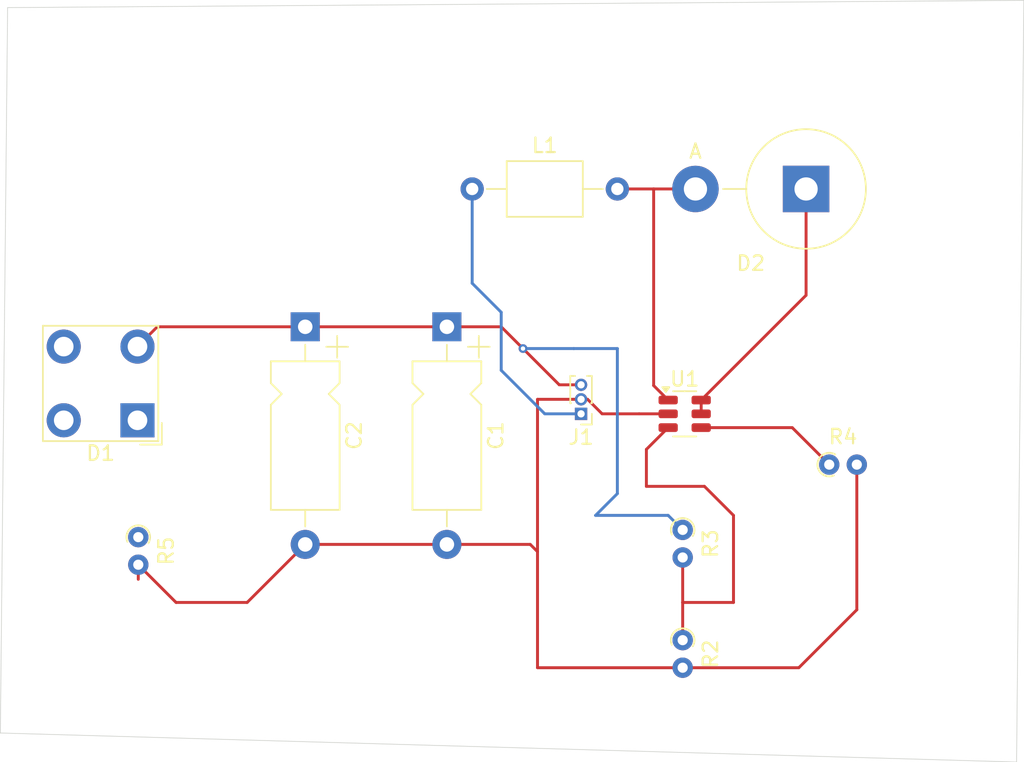
<source format=kicad_pcb>
(kicad_pcb (version 20241229) (generator "pcbnew") (generator_version "9.0")
  (layers (0 "F.Cu" signal) (2 "B.Cu" signal) (13 "F.Paste" user) (15 "B.Paste" user) (5 "F.SilkS" user "F.Silkscreen") (7 "B.SilkS" user "B.Silkscreen") (1 "F.Mask" user) (3 "B.Mask" user) (25 "Edge.Cuts" user))
  (net 0 "")
  (net 1 "GND")
  (net 2 "+5V")
  (net 3 "Net-(D1-K)")
  (net 4 "Net-(D2-A)")
  (net 5 "VCC")
  (net 6 "Net-(U1-FB)")
  (net 7 "Net-(U1-OC)")
  (footprint "Connector_PinHeader_1.00mm:PinHeader_1x03_P1.00mm_Vertical" (layer "F.Cu") (at 131.5 96.5 180)
    (property "Reference" "J1" (at 0 -1.61 0) (layer "F.SilkS"))
    (property "Value" "Conn_01x03_Pin")
    (fp_line (start 0.745 0.735) (end 0.745 2.61) (stroke (width 0.12)) (layer "F.SilkS"))
    (fp_line (start 0.685565 0.735) (end 0.745 0.735) (stroke (width 0.12)) (layer "F.SilkS"))
    (fp_line (start 0.41003 2.61) (end 0.745 2.61) (stroke (width 0.12)) (layer "F.SilkS"))
    (fp_line (start -0.745 2.61) (end -0.41003 2.61) (stroke (width 0.12)) (layer "F.SilkS"))
    (fp_line (start -0.745 0.735) (end -0.685565 0.735) (stroke (width 0.12)) (layer "F.SilkS"))
    (fp_line (start -0.745 0.735) (end -0.745 2.61) (stroke (width 0.12)) (layer "F.SilkS"))
    (fp_line (start -0.745 0) (end -0.745 -0.735) (stroke (width 0.12)) (layer "F.SilkS"))
    (fp_line (start -0.745 -0.735) (end 0 -0.735) (stroke (width 0.12)) (layer "F.SilkS"))
    (pad "1" thru_hole rect (at 0 0 180) (size 0.85 0.85) (drill 0.5) (layers "*.Cu" "*.Mask") (net 5 "VCC"))
    (pad "2" thru_hole circle (at 0 1 180) (size 0.85 0.85) (drill 0.5) (layers "*.Cu" "*.Mask") (net 1 "GND"))
    (pad "3" thru_hole circle (at 0 2 180) (size 0.85 0.85) (drill 0.5) (layers "*.Cu" "*.Mask") (net 2 "+5V"))
  )
  (footprint "Diode_THT:D_5KPW_P7.62mm_Vertical_AnodeUp" (layer "F.Cu") (at 147 81 180)
    (property "Reference" "D2" (at 3.81 -5.12 0) (layer "F.SilkS"))
    (property "Value" "D_Schottky")
    (fp_line (start 4.12 0) (end 5.72 0) (stroke (width 0.12)) (layer "F.SilkS"))
    (fp_circle (center 0 0) (end 4.12 0) (stroke (width 0.12)) (fill no) (layer "F.SilkS"))
    (fp_text user "A" (at 7.62 2.6 0) (layer "F.SilkS"))
    (pad "1" thru_hole rect (at 0 0 180) (size 3.2 3.2) (drill 1.6) (layers "*.Cu" "*.Mask") (net 2 "+5V"))
    (pad "2" thru_hole oval (at 7.62 0 180) (size 3.2 3.2) (drill 1.6) (layers "*.Cu" "*.Mask") (net 4 "Net-(D2-A)"))
  )
  (footprint "Resistor_THT:R_Axial_DIN0204_L3.6mm_D1.6mm_P1.90mm_Vertical" (layer "F.Cu") (at 148.595 100)
    (property "Reference" "R4" (at 0.95 -1.92 0) (layer "F.SilkS"))
    (property "Value" "20k")
    (fp_arc (start 0.320095 0.749359) (mid -0.813042 -0.054435) (end 0.417133 -0.7) (stroke (width 0.12)) (layer "F.SilkS"))
    (pad "1" thru_hole circle (at 0 0) (size 1.4 1.4) (drill 0.7) (layers "*.Cu" "*.Mask") (net 7 "Net-(U1-OC)"))
    (pad "2" thru_hole oval (at 1.9 0) (size 1.4 1.4) (drill 0.7) (layers "*.Cu" "*.Mask") (net 1 "GND"))
  )
  (footprint "Resistor_THT:R_Axial_DIN0204_L3.6mm_D1.6mm_P1.90mm_Vertical" (layer "F.Cu") (at 138.5 112.1 -90)
    (property "Reference" "R2" (at 0.95 -1.92 90) (layer "F.SilkS"))
    (property "Value" "150 ohm")
    (fp_arc (start 0.320095 0.749359) (mid -0.813042 -0.054435) (end 0.417133 -0.7) (stroke (width 0.12)) (layer "F.SilkS"))
    (pad "1" thru_hole circle (at 0 0 270) (size 1.4 1.4) (drill 0.7) (layers "*.Cu" "*.Mask") (net 6 "Net-(U1-FB)"))
    (pad "2" thru_hole oval (at 1.9 0 270) (size 1.4 1.4) (drill 0.7) (layers "*.Cu" "*.Mask") (net 1 "GND"))
  )
  (footprint "Package_TO_SOT_SMD:SOT-23-6" (layer "F.Cu") (at 138.6375 96.5)
    (property "Reference" "U1" (at 0 -2.4 0) (layer "F.SilkS"))
    (property "Value" "~")
    (fp_line (start 0 -1.56) (end -0.8 -1.56) (stroke (width 0.12)) (layer "F.SilkS"))
    (fp_line (start 0 -1.56) (end 0.8 -1.56) (stroke (width 0.12)) (layer "F.SilkS"))
    (fp_line (start 0 1.56) (end -0.8 1.56) (stroke (width 0.12)) (layer "F.SilkS"))
    (fp_line (start 0 1.56) (end 0.8 1.56) (stroke (width 0.12)) (layer "F.SilkS"))
    (fp_poly (pts (xy -1.3 -1.51) (xy -1.54 -1.84) (xy -1.06 -1.84)) (stroke (width 0.12)) (fill yes) (layer "F.SilkS"))
    (pad "1" smd roundrect (at -1.1375 -0.95) (size 1.325 0.6) (layers "F.Cu" "F.Mask" "F.Paste") (net 4 "Net-(D2-A)"))
    (pad "2" smd roundrect (at -1.1375 0) (size 1.325 0.6) (layers "F.Cu" "F.Mask" "F.Paste") (net 1 "GND"))
    (pad "3" smd roundrect (at -1.1375 0.95) (size 1.325 0.6) (layers "F.Cu" "F.Mask" "F.Paste") (net 6 "Net-(U1-FB)"))
    (pad "4" smd roundrect (at 1.1375 0.95) (size 1.325 0.6) (layers "F.Cu" "F.Mask" "F.Paste") (net 7 "Net-(U1-OC)"))
    (pad "5" smd roundrect (at 1.1375 0) (size 1.325 0.6) (layers "F.Cu" "F.Mask" "F.Paste") (net 2 "+5V"))
    (pad "6" smd roundrect (at 1.1375 -0.95) (size 1.325 0.6) (layers "F.Cu" "F.Mask" "F.Paste") (net 2 "+5V"))
  )
  (footprint "Capacitor_THT:CP_Axial_L10.0mm_D4.5mm_P15.00mm_Horizontal" (layer "F.Cu") (at 112.5 90.5 -90)
    (property "Reference" "C2" (at 7.5 -3.37 90) (layer "F.SilkS"))
    (property "Value" "22 uF")
    (fp_line (start 2.38 2.37) (end 3.88 2.37) (stroke (width 0.12)) (layer "F.SilkS"))
    (fp_line (start 3.88 2.37) (end 4.63 1.62) (stroke (width 0.12)) (layer "F.SilkS"))
    (fp_line (start 5.38 2.37) (end 12.62 2.37) (stroke (width 0.12)) (layer "F.SilkS"))
    (fp_line (start 4.63 1.62) (end 5.38 2.37) (stroke (width 0.12)) (layer "F.SilkS"))
    (fp_line (start 1.24 0) (end 2.38 0) (stroke (width 0.12)) (layer "F.SilkS"))
    (fp_line (start 13.76 0) (end 12.62 0) (stroke (width 0.12)) (layer "F.SilkS"))
    (fp_line (start 4.63 -1.62) (end 5.38 -2.37) (stroke (width 0.12)) (layer "F.SilkS"))
    (fp_line (start 0.63 -2.2) (end 2.13 -2.2) (stroke (width 0.12)) (layer "F.SilkS"))
    (fp_line (start 2.38 -2.37) (end 2.38 2.37) (stroke (width 0.12)) (layer "F.SilkS"))
    (fp_line (start 2.38 -2.37) (end 3.88 -2.37) (stroke (width 0.12)) (layer "F.SilkS"))
    (fp_line (start 3.88 -2.37) (end 4.63 -1.62) (stroke (width 0.12)) (layer "F.SilkS"))
    (fp_line (start 5.38 -2.37) (end 12.62 -2.37) (stroke (width 0.12)) (layer "F.SilkS"))
    (fp_line (start 12.62 -2.37) (end 12.62 2.37) (stroke (width 0.12)) (layer "F.SilkS"))
    (fp_line (start 1.38 -2.95) (end 1.38 -1.45) (stroke (width 0.12)) (layer "F.SilkS"))
    (pad "1" thru_hole rect (at 0 0 270) (size 2 2) (drill 1) (layers "*.Cu" "*.Mask") (net 2 "+5V"))
    (pad "2" thru_hole circle (at 15 0 270) (size 2 2) (drill 1) (layers "*.Cu" "*.Mask") (net 1 "GND"))
  )
  (footprint "Resistor_THT:R_Axial_DIN0204_L3.6mm_D1.6mm_P1.90mm_Vertical" (layer "F.Cu") (at 138.5 104.5 -90)
    (property "Reference" "R3" (at 0.95 -1.92 90) (layer "F.SilkS"))
    (property "Value" "150 ohm")
    (fp_arc (start 0.320095 0.749359) (mid -0.813042 -0.054435) (end 0.417133 -0.7) (stroke (width 0.12)) (layer "F.SilkS"))
    (pad "1" thru_hole circle (at 0 0 270) (size 1.4 1.4) (drill 0.7) (layers "*.Cu" "*.Mask") (net 2 "+5V"))
    (pad "2" thru_hole oval (at 1.9 0 270) (size 1.4 1.4) (drill 0.7) (layers "*.Cu" "*.Mask") (net 6 "Net-(U1-FB)"))
  )
  (footprint "Inductor_THT:L_Axial_L5.0mm_D3.6mm_P10.00mm_Horizontal_Murata_BL01RN1A2A2" (layer "F.Cu") (at 124 81)
    (property "Reference" "L1" (at 5 -3 0) (layer "F.SilkS"))
    (property "Value" "4.7uH")
    (fp_line (start 1 0) (end 2.38 0) (stroke (width 0.12)) (layer "F.SilkS"))
    (fp_line (start 2.38 -1.92) (end 2.38 1.92) (stroke (width 0.12)) (layer "F.SilkS"))
    (fp_line (start 2.38 1.92) (end 7.62 1.92) (stroke (width 0.12)) (layer "F.SilkS"))
    (fp_line (start 7.62 -1.92) (end 2.38 -1.92) (stroke (width 0.12)) (layer "F.SilkS"))
    (fp_line (start 7.62 1.92) (end 7.62 -1.92) (stroke (width 0.12)) (layer "F.SilkS"))
    (fp_line (start 9 0) (end 7.62 0) (stroke (width 0.12)) (layer "F.SilkS"))
    (pad "1" thru_hole circle (at 0 0) (size 1.6 1.6) (drill 0.85) (layers "*.Cu" "*.Mask") (net 5 "VCC"))
    (pad "2" thru_hole oval (at 10 0) (size 1.6 1.6) (drill 0.85) (layers "*.Cu" "*.Mask") (net 4 "Net-(D2-A)"))
  )
  (footprint "Capacitor_THT:CP_Axial_L10.0mm_D4.5mm_P15.00mm_Horizontal" (layer "F.Cu") (at 122.2575 90.5 -90)
    (property "Reference" "C1" (at 7.5 -3.37 90) (layer "F.SilkS"))
    (property "Value" "22 uF")
    (fp_line (start 2.38 2.37) (end 3.88 2.37) (stroke (width 0.12)) (layer "F.SilkS"))
    (fp_line (start 3.88 2.37) (end 4.63 1.62) (stroke (width 0.12)) (layer "F.SilkS"))
    (fp_line (start 5.38 2.37) (end 12.62 2.37) (stroke (width 0.12)) (layer "F.SilkS"))
    (fp_line (start 4.63 1.62) (end 5.38 2.37) (stroke (width 0.12)) (layer "F.SilkS"))
    (fp_line (start 1.24 0) (end 2.38 0) (stroke (width 0.12)) (layer "F.SilkS"))
    (fp_line (start 13.76 0) (end 12.62 0) (stroke (width 0.12)) (layer "F.SilkS"))
    (fp_line (start 4.63 -1.62) (end 5.38 -2.37) (stroke (width 0.12)) (layer "F.SilkS"))
    (fp_line (start 0.63 -2.2) (end 2.13 -2.2) (stroke (width 0.12)) (layer "F.SilkS"))
    (fp_line (start 2.38 -2.37) (end 2.38 2.37) (stroke (width 0.12)) (layer "F.SilkS"))
    (fp_line (start 2.38 -2.37) (end 3.88 -2.37) (stroke (width 0.12)) (layer "F.SilkS"))
    (fp_line (start 3.88 -2.37) (end 4.63 -1.62) (stroke (width 0.12)) (layer "F.SilkS"))
    (fp_line (start 5.38 -2.37) (end 12.62 -2.37) (stroke (width 0.12)) (layer "F.SilkS"))
    (fp_line (start 12.62 -2.37) (end 12.62 2.37) (stroke (width 0.12)) (layer "F.SilkS"))
    (fp_line (start 1.38 -2.95) (end 1.38 -1.45) (stroke (width 0.12)) (layer "F.SilkS"))
    (pad "1" thru_hole rect (at 0 0 270) (size 2 2) (drill 1) (layers "*.Cu" "*.Mask") (net 2 "+5V"))
    (pad "2" thru_hole circle (at 15 0 270) (size 2 2) (drill 1) (layers "*.Cu" "*.Mask") (net 1 "GND"))
  )
  (footprint "LED_THT:LED_BL-FL7680RGB" (layer "F.Cu") (at 100.945 96.945 180)
    (property "Reference" "D1" (at 2.54 -2.27 0) (layer "F.SilkS"))
    (property "Value" "LED")
    (fp_line (start 6.515 6.515) (end 6.515 -1.435) (stroke (width 0.12)) (layer "F.SilkS"))
    (fp_line (start 6.515 -1.435) (end -1.435 -1.435) (stroke (width 0.12)) (layer "F.SilkS"))
    (fp_line (start -1.435 6.515) (end 6.515 6.515) (stroke (width 0.12)) (layer "F.SilkS"))
    (fp_line (start -1.435 -1.435) (end -1.435 6.515) (stroke (width 0.12)) (layer "F.SilkS"))
    (fp_line (start -1.675 -0.185) (end -1.675 -1.675) (stroke (width 0.12)) (layer "F.SilkS"))
    (fp_line (start -1.675 -1.675) (end -0.185 -1.675) (stroke (width 0.12)) (layer "F.SilkS"))
    (pad "1" thru_hole rect (at 0 0 180) (size 2.35 2.35) (drill 1.35) (layers "*.Cu" "*.Mask") (net 3 "Net-(D1-K)"))
    (pad "2" thru_hole circle (at 0 5.08 180) (size 2.35 2.35) (drill 1.35) (layers "*.Cu" "*.Mask") (net 2 "+5V"))
    (pad "3" thru_hole circle (at 5.08 5.08 180) (size 2.35 2.35) (drill 1.35) (layers "*.Cu" "*.Mask"))
    (pad "4" thru_hole circle (at 5.08 0 180) (size 2.35 2.35) (drill 1.35) (layers "*.Cu" "*.Mask"))
  )
  (footprint "Resistor_THT:R_Axial_DIN0204_L3.6mm_D1.6mm_P1.90mm_Vertical" (layer "F.Cu") (at 101 105 -90)
    (property "Reference" "R5" (at 0.95 -1.92 90) (layer "F.SilkS"))
    (property "Value" "1k")
    (fp_arc (start 0.320095 0.749359) (mid -0.813042 -0.054435) (end 0.417133 -0.7) (stroke (width 0.12)) (layer "F.SilkS"))
    (pad "1" thru_hole circle (at 0 0 270) (size 1.4 1.4) (drill 0.7) (layers "*.Cu" "*.Mask") (net 3 "Net-(D1-K)"))
    (pad "2" thru_hole oval (at 1.9 0 270) (size 1.4 1.4) (drill 0.7) (layers "*.Cu" "*.Mask") (net 1 "GND"))
  )
  (gr_line (start 161.5 120.5) (end 162 68) (stroke (width 0.05)) (layer "Edge.Cuts"))
  (gr_line (start 162 68) (end 92 68.5) (stroke (width 0.05)) (layer "Edge.Cuts"))
  (gr_line (start 91.5 118.5) (end 161.5 120.5) (stroke (width 0.05)) (layer "Edge.Cuts"))
  (gr_line (start 92 68.5) (end 91.5 118.5) (stroke (width 0.05)) (layer "Edge.Cuts"))
  (segment (start 150.495 100) (end 150.495 110.005) (width 0.2) (layer "F.Cu") (net 1))
  (segment (start 146.5 114) (end 138.5 114) (width 0.2) (layer "F.Cu") (net 1))
  (segment (start 131.60104 95.5) (end 131.726 95.62496) (width 0.2) (layer "F.Cu") (net 1))
  (segment (start 101 107.005) (end 101 107.904) (width 0.2) (layer "F.Cu") (net 1))
  (segment (start 122.2575 105.5) (end 112.5 105.5) (width 0.2) (layer "F.Cu") (net 1))
  (segment (start 150.495 110.005) (end 146.5 114) (width 0.2) (layer "F.Cu") (net 1))
  (segment (start 131 95.5) (end 128.5 95.5) (width 0.2) (layer "F.Cu") (net 1))
  (segment (start 137.5 96.5) (end 135.5 96.5) (width 0.2) (layer "F.Cu") (net 1))
  (segment (start 112.5 105.5) (end 108.5 109.5) (width 0.2) (layer "F.Cu") (net 1))
  (segment (start 131.952 95.5) (end 131.5 95.5) (width 0.2) (layer "F.Cu") (net 1))
  (segment (start 131 95.5) (end 131.60104 95.5) (width 0.2) (layer "F.Cu") (net 1))
  (segment (start 128.5 106) (end 128.5 114) (width 0.2) (layer "F.Cu") (net 1))
  (segment (start 128.5 95.5) (end 128.5 106) (width 0.2) (layer "F.Cu") (net 1))
  (segment (start 128.5 114) (end 138.5 114) (width 0.2) (layer "F.Cu") (net 1))
  (segment (start 108.5 109.5) (end 103.6 109.5) (width 0.2) (layer "F.Cu") (net 1))
  (segment (start 132.952 96.5) (end 131.952 95.5) (width 0.2) (layer "F.Cu") (net 1))
  (segment (start 128.5 106) (end 128 105.5) (width 0.2) (layer "F.Cu") (net 1))
  (segment (start 128 105.5) (end 122.2575 105.5) (width 0.2) (layer "F.Cu") (net 1))
  (segment (start 135.5 96.5) (end 132.952 96.5) (width 0.2) (layer "F.Cu") (net 1))
  (segment (start 103.6 109.5) (end 101 106.9) (width 0.2) (layer "F.Cu") (net 1))
  (segment (start 131.5 94.5) (end 130 94.5) (width 0.2) (layer "F.Cu") (net 2))
  (segment (start 139.775 95.55) (end 147 88.325) (width 0.2) (layer "F.Cu") (net 2))
  (segment (start 139.775 96.5) (end 139.775 95.55) (width 0.2) (layer "F.Cu") (net 2))
  (segment (start 130 94.5) (end 126 90.5) (width 0.2) (layer "F.Cu") (net 2))
  (segment (start 147 88.325) (end 147 81) (width 0.2) (layer "F.Cu") (net 2))
  (segment (start 126 90.5) (end 122.2575 90.5) (width 0.2) (layer "F.Cu") (net 2))
  (segment (start 112.5 90.5) (end 102.31 90.5) (width 0.2) (layer "F.Cu") (net 2))
  (segment (start 122.2575 90.5) (end 112.5 90.5) (width 0.2) (layer "F.Cu") (net 2))
  (segment (start 102.31 90.5) (end 100.945 91.865) (width 0.2) (layer "F.Cu") (net 2))
  (via (at 127.5 92) (size 0.6) (drill 0.3) (layers "F.Cu" "B.Cu") (net 2))
  (segment (start 137.5 103.5) (end 132.5 103.5) (width 0.2) (layer "B.Cu") (net 2))
  (segment (start 138.5 104.5) (end 137.5 103.5) (width 0.2) (layer "B.Cu") (net 2))
  (segment (start 134 92) (end 131 92) (width 0.2) (layer "B.Cu") (net 2))
  (segment (start 134 102) (end 134 92) (width 0.2) (layer "B.Cu") (net 2))
  (segment (start 132.5 103.5) (end 134 102) (width 0.2) (layer "B.Cu") (net 2))
  (segment (start 131 92) (end 127.5 92) (width 0.2) (layer "B.Cu") (net 2))
  (segment (start 136.5 81) (end 139.38 81) (width 0.2) (layer "F.Cu") (net 4))
  (segment (start 137.5 95.55) (end 136.5 94.55) (width 0.2) (layer "F.Cu") (net 4))
  (segment (start 134 81) (end 136.5 81) (width 0.2) (layer "F.Cu") (net 4))
  (segment (start 136.5 94.55) (end 136.5 81) (width 0.2) (layer "F.Cu") (net 4))
  (segment (start 124 87.5) (end 124 81) (width 0.2) (layer "B.Cu") (net 5))
  (segment (start 131.5 96.5) (end 129 96.5) (width 0.2) (layer "B.Cu") (net 5))
  (segment (start 126 93.5) (end 126 89.5) (width 0.2) (layer "B.Cu") (net 5))
  (segment (start 129 96.5) (end 126 93.5) (width 0.2) (layer "B.Cu") (net 5))
  (segment (start 126 89.5) (end 124 87.5) (width 0.2) (layer "B.Cu") (net 5))
  (segment (start 138.5 112.1) (end 138.5 109.5) (width 0.2) (layer "F.Cu") (net 6))
  (segment (start 142 103.5) (end 142 109.5) (width 0.2) (layer "F.Cu") (net 6))
  (segment (start 140 101.5) (end 142 103.5) (width 0.2) (layer "F.Cu") (net 6))
  (segment (start 136 98.95) (end 136 101.5) (width 0.2) (layer "F.Cu") (net 6))
  (segment (start 138.5 109.5) (end 138.5 106.4) (width 0.2) (layer "F.Cu") (net 6))
  (segment (start 136 101.5) (end 140 101.5) (width 0.2) (layer "F.Cu") (net 6))
  (segment (start 142 109.5) (end 138.5 109.5) (width 0.2) (layer "F.Cu") (net 6))
  (segment (start 137.5 97.45) (end 136 98.95) (width 0.2) (layer "F.Cu") (net 6))
  (segment (start 146.045 97.45) (end 139.775 97.45) (width 0.2) (layer "F.Cu") (net 7))
  (segment (start 148.595 100) (end 146.045 97.45) (width 0.2) (layer "F.Cu") (net 7))
)
</source>
